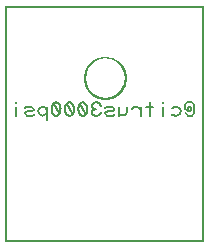
<source format=gbo>
G04*
G04 Format:               Gerber RS-274X*
G04 Export Settings:      (default)*
G04 Layer:                BottomSilkscreen*
G04 This File Name:       wii_to_snesmultiout.gbo*
G04 Source File Name:     wii_to_snesmultiout.rrb*
G04 Unique ID:            a9f98a6f-7b16-41eb-b503-fa8c6335f000*
G04 Generated Date:       Tuesday, 10 July 2018 14:25:27*
G04*
G04 Created Using:        Robot Room Copper Connection v3.0.5875*
G04 Software Contact:     http://www.robotroom.com/CopperConnection/Support.aspx*
G04 License Number:       1880*
G04*
G04 Zero Suppression:     Leading*
G04 Number Precision:     2.4*
G04*
%FSLAX24Y24*%
%MOIN*%
%LNBottomSilkscreen*%
%ADD10C,.007*%
%ADD11R,.006X.006*%
%ADD12R,.007X.007*%
%ADD13R,.0591X.378*%
%ADD14R,.075X.1213*%
D10*
G01X5201Y-2914D02*
G74*
G03X5275Y-2988I74J0D01*
G01X5424D01*
G03X5498Y-2914I0J74D01*
G01Y-2617D01*
G03X5424Y-2542I74J0D01*
G01X5275D01*
G03X5201Y-2617I0J74D01*
G01Y-2765D01*
G03X5275Y-2840I74J0D01*
G01X5350D01*
G03X5387Y-2802I0J37D01*
G01Y-2728D01*
G03X5350Y-2691I37J0D01*
G01X5294D01*
X5289Y-2692D01*
X5284Y-2696D01*
X5281Y-2702D01*
X5278Y-2709D01*
X5276Y-2718D01*
X5275Y-2728D01*
Y-2821D01*
X4755Y-2933D02*
Y-2938D01*
X4758Y-2944D01*
X4761Y-2949D01*
X4766Y-2954D01*
X4772Y-2959D01*
X4780Y-2964D01*
X4789Y-2968D01*
X4799Y-2972D01*
X4810Y-2976D01*
X4822Y-2979D01*
X4834Y-2982D01*
X4848Y-2984D01*
X4862Y-2986D01*
X4876Y-2987D01*
X4903Y-2988D01*
G03X5052Y-2840I0J149D01*
X4903Y-2691I149J0D01*
G01X4889D01*
X4874Y-2692D01*
X4860Y-2693D01*
X4846Y-2695D01*
X4833Y-2698D01*
X4820Y-2700D01*
X4808Y-2704D01*
X4798Y-2707D01*
X4788Y-2712D01*
X4779Y-2716D01*
X4772Y-2721D01*
X4765Y-2726D01*
X4761Y-2731D01*
X4757Y-2736D01*
X4755Y-2747D01*
X4457Y-2691D02*
Y-2988D01*
Y-2542D02*
Y-2579D01*
X4011Y-2542D02*
Y-2988D01*
X4123Y-2691D02*
X3899D01*
X3714Y-2840D02*
G03X3565Y-2691I149J0D01*
G01X3550D01*
X3536Y-2692D01*
X3521Y-2694D01*
X3508Y-2697D01*
X3494Y-2700D01*
X3482Y-2704D01*
X3470Y-2708D01*
X3459Y-2713D01*
X3449Y-2718D01*
X3441Y-2724D01*
X3433Y-2731D01*
X3427Y-2737D01*
X3422Y-2744D01*
X3419Y-2752D01*
X3416Y-2765D01*
X3714Y-2691D02*
Y-2988D01*
X2970Y-2840D02*
G03X3119Y-2988I149J0D01*
X3267Y-2840I0J149D01*
G01Y-2691D01*
X2970D02*
Y-2988D01*
X2606Y-2847D02*
X2592Y-2848D01*
X2578Y-2851D01*
X2565Y-2856D01*
X2554Y-2862D01*
X2544Y-2870D01*
X2536Y-2879D01*
X2529Y-2890D01*
X2525Y-2901D01*
X2524Y-2914D01*
G03X2598Y-2988I74J0D01*
G01X2747D01*
X2761Y-2987D01*
X2774Y-2984D01*
X2786Y-2980D01*
X2797Y-2974D01*
X2807Y-2966D01*
X2814Y-2957D01*
X2819Y-2947D01*
X2821Y-2933D01*
X2739Y-2832D02*
X2753Y-2831D01*
X2767Y-2828D01*
X2780Y-2824D01*
X2791Y-2817D01*
X2801Y-2809D01*
X2809Y-2800D01*
X2816Y-2790D01*
X2820Y-2779D01*
X2821Y-2765D01*
G03X2747Y-2691I74J0D01*
G01X2598D01*
X2584Y-2692D01*
X2571Y-2695D01*
X2559Y-2699D01*
X2548Y-2706D01*
X2539Y-2713D01*
X2531Y-2722D01*
X2526Y-2732D01*
X2524Y-2747D01*
X2739Y-2832D02*
X2606Y-2847D01*
X2375Y-2654D02*
X2374Y-2643D01*
X2372Y-2632D01*
X2369Y-2621D01*
X2364Y-2611D01*
X2357Y-2601D01*
X2350Y-2591D01*
X2341Y-2582D01*
X2331Y-2574D01*
X2320Y-2567D01*
X2308Y-2560D01*
X2295Y-2555D01*
X2282Y-2550D01*
X2268Y-2547D01*
X2254Y-2544D01*
X2226Y-2542D01*
X2212Y-2543D01*
X2197Y-2544D01*
X2183Y-2547D01*
X2169Y-2551D01*
X2156Y-2556D01*
X2143Y-2561D01*
X2131Y-2568D01*
X2121Y-2575D01*
X2111Y-2584D01*
X2102Y-2592D01*
X2095Y-2602D01*
X2088Y-2612D01*
X2084Y-2622D01*
X2080Y-2633D01*
X2078Y-2654D01*
Y-2665D01*
X2081Y-2676D01*
X2084Y-2686D01*
X2089Y-2697D01*
X2095Y-2707D01*
X2103Y-2716D01*
X2112Y-2725D01*
X2122Y-2733D01*
X2133Y-2740D01*
X2145Y-2747D01*
X2157Y-2753D01*
X2171Y-2757D01*
X2185Y-2761D01*
X2199Y-2763D01*
X2226Y-2765D01*
X2212Y-2766D01*
X2197Y-2767D01*
X2183Y-2770D01*
X2169Y-2774D01*
X2156Y-2779D01*
X2143Y-2784D01*
X2131Y-2791D01*
X2121Y-2798D01*
X2111Y-2807D01*
X2102Y-2816D01*
X2095Y-2825D01*
X2088Y-2835D01*
X2084Y-2845D01*
X2080Y-2856D01*
X2078Y-2877D01*
Y-2888D01*
X2081Y-2899D01*
X2084Y-2909D01*
X2089Y-2920D01*
X2095Y-2930D01*
X2103Y-2939D01*
X2112Y-2948D01*
X2122Y-2956D01*
X2133Y-2963D01*
X2145Y-2970D01*
X2157Y-2976D01*
X2171Y-2980D01*
X2185Y-2984D01*
X2199Y-2986D01*
X2226Y-2988D01*
X2241D01*
X2256Y-2986D01*
X2270Y-2983D01*
X2284Y-2980D01*
X2297Y-2975D01*
X2310Y-2969D01*
X2321Y-2963D01*
X2332Y-2955D01*
X2342Y-2947D01*
X2351Y-2938D01*
X2358Y-2928D01*
X2364Y-2918D01*
X2369Y-2908D01*
X2373Y-2897D01*
X2375Y-2877D01*
X1929Y-2765D02*
Y-2750D01*
X1928Y-2735D01*
X1926Y-2720D01*
X1924Y-2706D01*
X1921Y-2691D01*
X1917Y-2677D01*
X1913Y-2664D01*
X1908Y-2651D01*
X1902Y-2638D01*
X1896Y-2626D01*
X1890Y-2615D01*
X1883Y-2604D01*
X1875Y-2594D01*
X1868Y-2585D01*
X1859Y-2576D01*
X1851Y-2569D01*
X1842Y-2562D01*
X1832Y-2556D01*
X1823Y-2551D01*
X1813Y-2548D01*
X1803Y-2545D01*
X1793Y-2543D01*
X1780Y-2542D01*
X1770Y-2543D01*
X1760Y-2544D01*
X1750Y-2547D01*
X1741Y-2550D01*
X1731Y-2555D01*
X1722Y-2560D01*
X1713Y-2567D01*
X1704Y-2574D01*
X1695Y-2582D01*
X1687Y-2591D01*
X1680Y-2601D01*
X1673Y-2611D01*
X1666Y-2622D01*
X1660Y-2634D01*
X1654Y-2647D01*
X1649Y-2660D01*
X1645Y-2673D01*
X1641Y-2687D01*
X1638Y-2701D01*
X1635Y-2716D01*
X1633Y-2731D01*
X1632Y-2746D01*
X1631Y-2765D01*
X1632Y-2780D01*
X1633Y-2795D01*
X1635Y-2810D01*
X1637Y-2825D01*
X1640Y-2839D01*
X1643Y-2853D01*
X1648Y-2867D01*
X1653Y-2880D01*
X1658Y-2892D01*
X1664Y-2904D01*
X1671Y-2916D01*
X1678Y-2927D01*
X1685Y-2937D01*
X1693Y-2946D01*
X1701Y-2954D01*
X1710Y-2962D01*
X1719Y-2968D01*
X1728Y-2974D01*
X1738Y-2979D01*
X1747Y-2983D01*
X1757Y-2986D01*
X1767Y-2987D01*
X1780Y-2988D01*
X1790D01*
X1800Y-2986D01*
X1810Y-2984D01*
X1820Y-2980D01*
X1829Y-2976D01*
X1839Y-2970D01*
X1848Y-2964D01*
X1857Y-2957D01*
X1865Y-2949D01*
X1873Y-2940D01*
X1881Y-2930D01*
X1888Y-2919D01*
X1894Y-2908D01*
X1901Y-2896D01*
X1906Y-2884D01*
X1911Y-2871D01*
X1916Y-2857D01*
X1920Y-2843D01*
X1923Y-2829D01*
X1925Y-2815D01*
X1927Y-2800D01*
X1928Y-2785D01*
X1929Y-2765D01*
X1862Y-2914D02*
X1698Y-2617D01*
X1483Y-2765D02*
X1482Y-2750D01*
X1481Y-2735D01*
X1480Y-2720D01*
X1477Y-2706D01*
X1474Y-2691D01*
X1471Y-2677D01*
X1467Y-2664D01*
X1462Y-2651D01*
X1456Y-2638D01*
X1450Y-2626D01*
X1444Y-2615D01*
X1437Y-2604D01*
X1429Y-2594D01*
X1421Y-2585D01*
X1413Y-2576D01*
X1404Y-2569D01*
X1395Y-2562D01*
X1386Y-2556D01*
X1377Y-2551D01*
X1367Y-2548D01*
X1357Y-2545D01*
X1347Y-2543D01*
X1334Y-2542D01*
X1324Y-2543D01*
X1314Y-2544D01*
X1304Y-2547D01*
X1294Y-2550D01*
X1285Y-2555D01*
X1276Y-2560D01*
X1266Y-2567D01*
X1258Y-2574D01*
X1249Y-2582D01*
X1241Y-2591D01*
X1234Y-2601D01*
X1226Y-2611D01*
X1220Y-2622D01*
X1214Y-2634D01*
X1208Y-2647D01*
X1203Y-2660D01*
X1199Y-2673D01*
X1195Y-2687D01*
X1192Y-2701D01*
X1189Y-2716D01*
X1187Y-2731D01*
X1186Y-2746D01*
X1185Y-2765D01*
X1186Y-2780D01*
X1187Y-2795D01*
X1188Y-2810D01*
X1191Y-2825D01*
X1194Y-2839D01*
X1197Y-2853D01*
X1202Y-2867D01*
X1206Y-2880D01*
X1212Y-2892D01*
X1218Y-2904D01*
X1224Y-2916D01*
X1231Y-2927D01*
X1239Y-2937D01*
X1247Y-2946D01*
X1255Y-2954D01*
X1264Y-2962D01*
X1273Y-2968D01*
X1282Y-2974D01*
X1291Y-2979D01*
X1301Y-2983D01*
X1311Y-2986D01*
X1321Y-2987D01*
X1334Y-2988D01*
X1344D01*
X1354Y-2986D01*
X1364Y-2984D01*
X1374Y-2980D01*
X1383Y-2976D01*
X1393Y-2970D01*
X1402Y-2964D01*
X1410Y-2957D01*
X1419Y-2949D01*
X1427Y-2940D01*
X1434Y-2930D01*
X1442Y-2919D01*
X1448Y-2908D01*
X1454Y-2896D01*
X1460Y-2884D01*
X1465Y-2871D01*
X1470Y-2857D01*
X1473Y-2843D01*
X1477Y-2829D01*
X1479Y-2815D01*
X1481Y-2800D01*
X1482Y-2785D01*
X1483Y-2765D01*
X1416Y-2914D02*
X1252Y-2617D01*
X1037Y-2765D02*
X1036Y-2750D01*
X1035Y-2735D01*
X1034Y-2720D01*
X1031Y-2706D01*
X1028Y-2691D01*
X1025Y-2677D01*
X1020Y-2664D01*
X1016Y-2651D01*
X1010Y-2638D01*
X1004Y-2626D01*
X998Y-2615D01*
X991Y-2604D01*
X983Y-2594D01*
X975Y-2585D01*
X967Y-2576D01*
X958Y-2569D01*
X949Y-2562D01*
X940Y-2556D01*
X930Y-2551D01*
X921Y-2548D01*
X911Y-2545D01*
X901Y-2543D01*
X888Y-2542D01*
X878Y-2543D01*
X868Y-2544D01*
X858Y-2547D01*
X848Y-2550D01*
X839Y-2555D01*
X829Y-2560D01*
X820Y-2567D01*
X812Y-2574D01*
X803Y-2582D01*
X795Y-2591D01*
X787Y-2601D01*
X780Y-2611D01*
X774Y-2622D01*
X767Y-2634D01*
X762Y-2647D01*
X757Y-2660D01*
X752Y-2673D01*
X749Y-2687D01*
X745Y-2701D01*
X743Y-2716D01*
X741Y-2731D01*
X740Y-2746D01*
X739Y-2765D01*
X740Y-2780D01*
X741Y-2795D01*
X742Y-2810D01*
X745Y-2825D01*
X748Y-2839D01*
X751Y-2853D01*
X755Y-2867D01*
X760Y-2880D01*
X766Y-2892D01*
X772Y-2904D01*
X778Y-2916D01*
X785Y-2927D01*
X793Y-2937D01*
X801Y-2946D01*
X809Y-2954D01*
X818Y-2962D01*
X827Y-2968D01*
X836Y-2974D01*
X845Y-2979D01*
X855Y-2983D01*
X865Y-2986D01*
X875Y-2987D01*
X888Y-2988D01*
X898D01*
X908Y-2986D01*
X918Y-2984D01*
X928Y-2980D01*
X937Y-2976D01*
X946Y-2970D01*
X955Y-2964D01*
X964Y-2957D01*
X973Y-2949D01*
X981Y-2940D01*
X988Y-2930D01*
X995Y-2919D01*
X1002Y-2908D01*
X1008Y-2896D01*
X1014Y-2884D01*
X1019Y-2871D01*
X1023Y-2857D01*
X1027Y-2843D01*
X1030Y-2829D01*
X1033Y-2815D01*
X1035Y-2800D01*
X1036Y-2785D01*
X1037Y-2765D01*
X970Y-2914D02*
X806Y-2617D01*
X590Y-2840D02*
G03X442Y-2691I149J0D01*
X293Y-2840I0J149D01*
X442Y-2988I149J0D01*
X590Y-2840I0J149D01*
G01Y-2691D02*
Y-3137D01*
X-71Y-2847D02*
X-85Y-2848D01*
X-99Y-2851D01*
X-112Y-2856D01*
X-123Y-2862D01*
X-133Y-2870D01*
X-141Y-2879D01*
X-148Y-2890D01*
X-151Y-2901D01*
X-153Y-2914D01*
G03X-79Y-2988I74J0D01*
G01X70D01*
X84Y-2987D01*
X97Y-2984D01*
X109Y-2980D01*
X120Y-2974D01*
X130Y-2966D01*
X137Y-2957D01*
X142Y-2947D01*
X144Y-2933D01*
X62Y-2832D02*
X76Y-2831D01*
X90Y-2828D01*
X103Y-2824D01*
X114Y-2817D01*
X124Y-2809D01*
X132Y-2800D01*
X139Y-2790D01*
X143Y-2779D01*
X144Y-2765D01*
G03X70Y-2691I74J0D01*
G01X-79D01*
X-93Y-2692D01*
X-106Y-2695D01*
X-118Y-2699D01*
X-129Y-2706D01*
X-138Y-2713D01*
X-146Y-2722D01*
X-151Y-2732D01*
X-153Y-2747D01*
X62Y-2832D02*
X-71Y-2847D01*
X-451Y-2691D02*
Y-2988D01*
Y-2542D02*
Y-2579D01*
%LPC*%
D13*
X-256Y-5170D03*
X531D03*
X1319D03*
X2106D03*
X2894D03*
X3681D03*
X4469D03*
X5256D03*
D14*
X4000Y0D03*
X5000D03*
X2000D03*
X3000D03*
X0D03*
X1000D03*
%LPD*%
D11*
X3220Y-1742D02*
X3186Y-1955D01*
X3088Y-2147D01*
X2936Y-2299D01*
X2744Y-2397D01*
X2531Y-2431D01*
X2318Y-2397D01*
X2126Y-2299D01*
X1973Y-2147D01*
X1876Y-1955D01*
X1842Y-1742D01*
X1876Y-1529D01*
X1973Y-1337D01*
X2126Y-1184D01*
X2318Y-1086D01*
X2531Y-1053D01*
X2744Y-1086D01*
X2936Y-1184D01*
X3088Y-1337D01*
X3186Y-1529D01*
X3220Y-1742D01*
D12*
X-779Y647D02*
X5790D01*
Y-7168D01*
X-779D01*
Y647D01*
M02*

</source>
